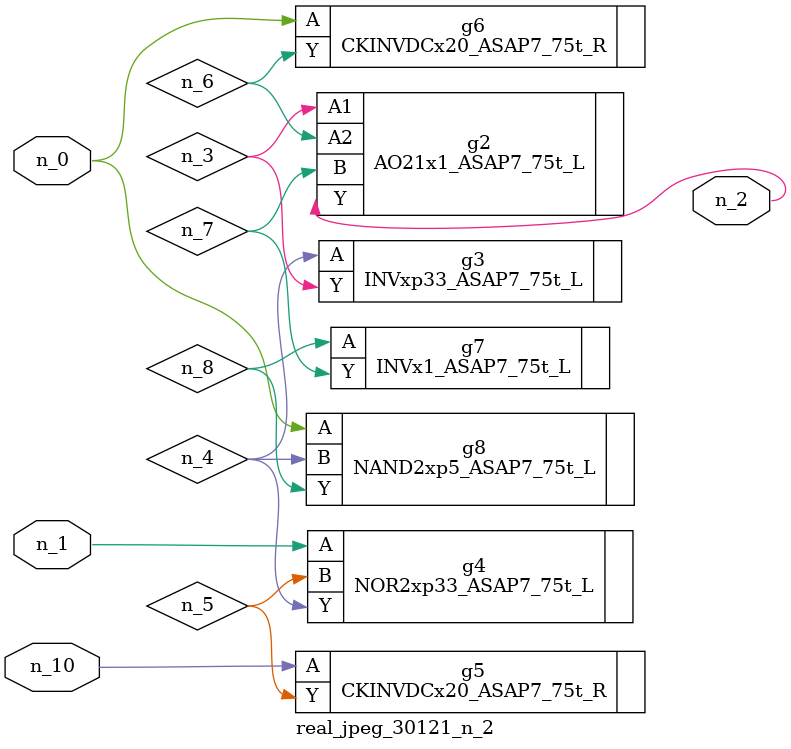
<source format=v>
module real_jpeg_30121_n_2 (n_1, n_10, n_0, n_2);

input n_1;
input n_10;
input n_0;

output n_2;

wire n_5;
wire n_4;
wire n_8;
wire n_6;
wire n_7;
wire n_3;

CKINVDCx20_ASAP7_75t_R g6 ( 
.A(n_0),
.Y(n_6)
);

NAND2xp5_ASAP7_75t_L g8 ( 
.A(n_0),
.B(n_4),
.Y(n_8)
);

NOR2xp33_ASAP7_75t_L g4 ( 
.A(n_1),
.B(n_5),
.Y(n_4)
);

AO21x1_ASAP7_75t_L g2 ( 
.A1(n_3),
.A2(n_6),
.B(n_7),
.Y(n_2)
);

INVxp33_ASAP7_75t_L g3 ( 
.A(n_4),
.Y(n_3)
);

INVx1_ASAP7_75t_L g7 ( 
.A(n_8),
.Y(n_7)
);

CKINVDCx20_ASAP7_75t_R g5 ( 
.A(n_10),
.Y(n_5)
);


endmodule
</source>
